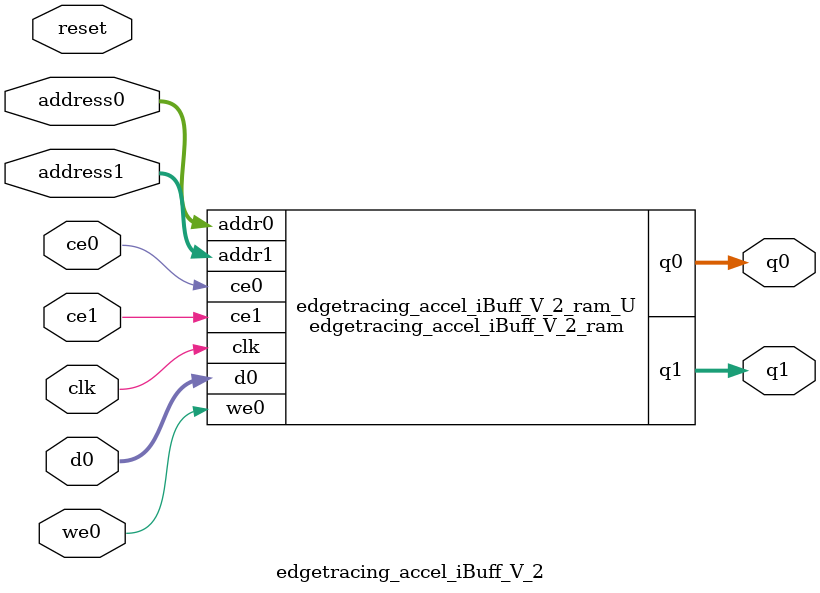
<source format=v>
`timescale 1 ns / 1 ps
module edgetracing_accel_iBuff_V_2_ram (addr0, ce0, d0, we0, q0, addr1, ce1, q1,  clk);

parameter DWIDTH = 64;
parameter AWIDTH = 10;
parameter MEM_SIZE = 1024;

input[AWIDTH-1:0] addr0;
input ce0;
input[DWIDTH-1:0] d0;
input we0;
output reg[DWIDTH-1:0] q0;
input[AWIDTH-1:0] addr1;
input ce1;
output reg[DWIDTH-1:0] q1;
input clk;

(* ram_style = "block" *)reg [DWIDTH-1:0] ram[0:MEM_SIZE-1];




always @(posedge clk)  
begin 
    if (ce0) begin
        if (we0) 
            ram[addr0] <= d0; 
        q0 <= ram[addr0];
    end
end


always @(posedge clk)  
begin 
    if (ce1) begin
        q1 <= ram[addr1];
    end
end


endmodule

`timescale 1 ns / 1 ps
module edgetracing_accel_iBuff_V_2(
    reset,
    clk,
    address0,
    ce0,
    we0,
    d0,
    q0,
    address1,
    ce1,
    q1);

parameter DataWidth = 32'd64;
parameter AddressRange = 32'd1024;
parameter AddressWidth = 32'd10;
input reset;
input clk;
input[AddressWidth - 1:0] address0;
input ce0;
input we0;
input[DataWidth - 1:0] d0;
output[DataWidth - 1:0] q0;
input[AddressWidth - 1:0] address1;
input ce1;
output[DataWidth - 1:0] q1;



edgetracing_accel_iBuff_V_2_ram edgetracing_accel_iBuff_V_2_ram_U(
    .clk( clk ),
    .addr0( address0 ),
    .ce0( ce0 ),
    .we0( we0 ),
    .d0( d0 ),
    .q0( q0 ),
    .addr1( address1 ),
    .ce1( ce1 ),
    .q1( q1 ));

endmodule


</source>
